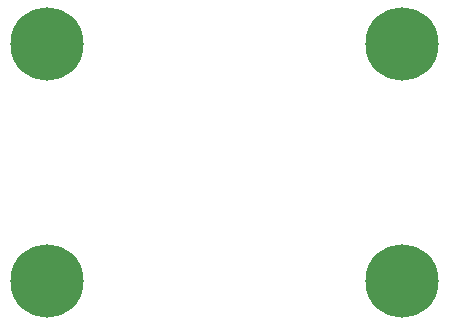
<source format=gbs>
%TF.GenerationSoftware,KiCad,Pcbnew,9.0.0*%
%TF.CreationDate,2025-04-24T20:31:47+01:00*%
%TF.ProjectId,rp2040_pogo_mh_0.2,72703230-3430-45f7-906f-676f5f6d685f,v0.2*%
%TF.SameCoordinates,Original*%
%TF.FileFunction,Soldermask,Bot*%
%TF.FilePolarity,Negative*%
%FSLAX45Y45*%
G04 Gerber Fmt 4.5, Leading zero omitted, Abs format (unit mm)*
G04 Created by KiCad (PCBNEW 9.0.0) date 2025-04-24 20:31:47*
%MOMM*%
%LPD*%
G01*
G04 APERTURE LIST*
%ADD10C,6.200000*%
G04 APERTURE END LIST*
D10*
%TO.C,MH3*%
X-1500000Y-1000000D03*
%TD*%
%TO.C,MH1*%
X-1500000Y1000001D03*
%TD*%
%TO.C,MH2*%
X1500001Y1000002D03*
%TD*%
%TO.C,MH4*%
X1500001Y-999999D03*
%TD*%
M02*

</source>
